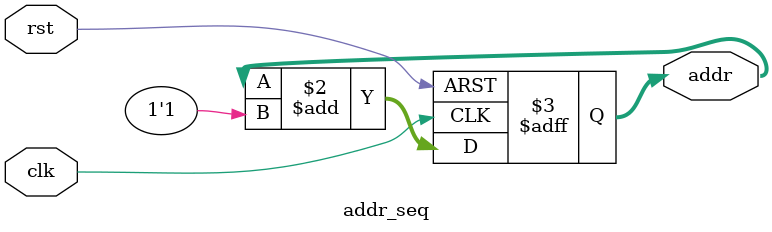
<source format=v>
`timescale 1ns / 1ps
/********************************************************************************
 *
 * Author:   Rosswell Tiongco & Jesus Luciano
 * Email:    rosswelltiongco@gmail.com & rosswelltiongco@gmail.com
 * Filename: addr_seq.v
 * Date:     October 16, 2017
 * Version:  1.0
 *
 * Description: An 8 bit up counter that continuously increments by a single bit
 * unless a reset is asserted
 *
 *
 ********************************************************************************/
module addr_seq(clk, rst, addr);

   //inputs
   input clk;
   input rst;
	
   //outputs and register
   output [7:0] addr;
   reg [7:0] addr;
   
	//Count up unless a reset is asserted
   always @ (posedge clk, posedge rst) begin
      //if reset is high, addr is set to zero
      if (rst)
         addr <= 8'b0;
      else
         addr <= addr + 1'b1;
   end

endmodule 
</source>
